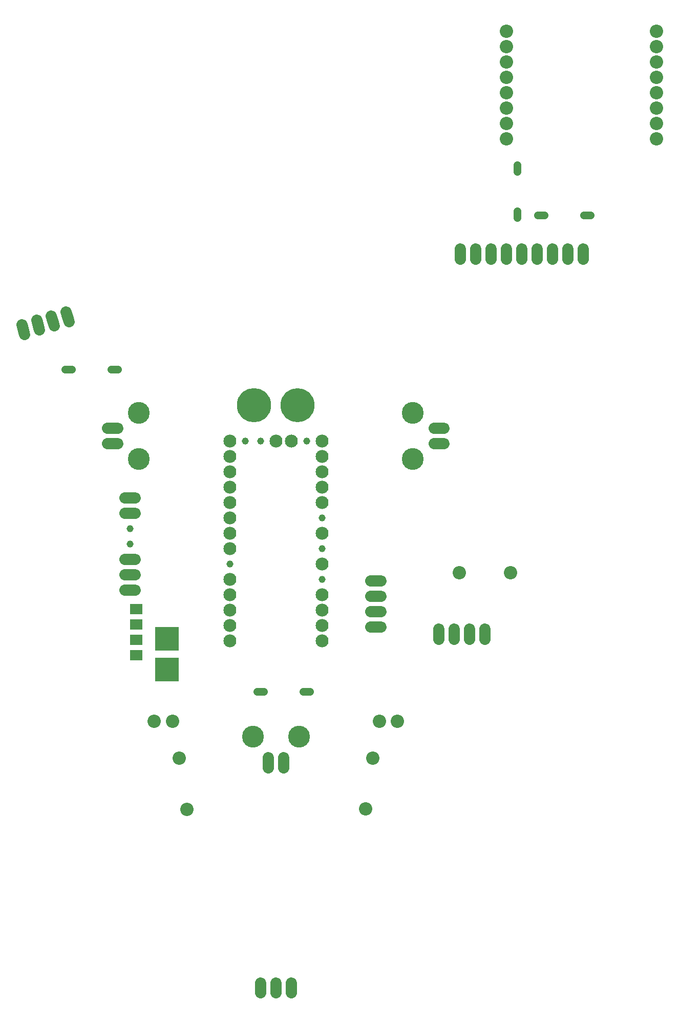
<source format=gbr>
G04 EAGLE Gerber RS-274X export*
G75*
%MOMM*%
%FSLAX34Y34*%
%LPD*%
%INSoldermask Bottom*%
%IPPOS*%
%AMOC8*
5,1,8,0,0,1.08239X$1,22.5*%
G01*
G04 Define Apertures*
%ADD10C,1.879600*%
%ADD11C,2.203200*%
%ADD12C,2.133600*%
%ADD13C,1.168400*%
%ADD14R,2.003200X1.703200*%
%ADD15C,1.311200*%
%ADD16C,3.603200*%
%ADD17C,5.659200*%
%ADD18C,5.619200*%
%ADD19R,4.003200X4.003200*%
D10*
X156878Y-1098860D02*
X173642Y-1098860D01*
X173642Y-1124260D02*
X156878Y-1124260D01*
X156878Y-1149660D02*
X173642Y-1149660D01*
X173642Y-1175060D02*
X156878Y-1175060D01*
D11*
X303100Y-1086000D03*
X388100Y-1086000D03*
X201000Y-1331000D03*
X171000Y-1331000D03*
X-201000Y-1331000D03*
X-171000Y-1331000D03*
D12*
X76200Y-1147760D03*
X76200Y-1122360D03*
X76200Y-1071560D03*
X76200Y-1020760D03*
X76200Y-969960D03*
X76200Y-944560D03*
X76200Y-919160D03*
X76200Y-893760D03*
X76200Y-868360D03*
X-76200Y-868360D03*
X-76200Y-893760D03*
X-76200Y-919160D03*
X-76200Y-944560D03*
X-76200Y-969960D03*
X-76200Y-995360D03*
X-76200Y-1020760D03*
X-76200Y-1046160D03*
X-76200Y-1096960D03*
X-76200Y-1122360D03*
X76200Y-1173160D03*
X-76200Y-1147760D03*
X76200Y-1198560D03*
X-76200Y-1198560D03*
X-76200Y-1173160D03*
X0Y-868360D03*
X25400Y-868360D03*
D13*
X-76200Y-1071560D03*
X-50800Y-868360D03*
X-25400Y-868360D03*
X50800Y-868360D03*
X76200Y-1046160D03*
X76200Y-1096960D03*
X76200Y-995360D03*
D11*
X148414Y-1476006D03*
X160537Y-1391875D03*
X-147349Y-1476590D03*
X-159326Y-1392438D03*
D10*
X-232918Y-1064100D02*
X-249682Y-1064100D01*
X-249682Y-987900D02*
X-232918Y-987900D01*
X-232918Y-1089500D02*
X-249682Y-1089500D01*
X-249682Y-1114900D02*
X-232918Y-1114900D01*
X-232918Y-962500D02*
X-249682Y-962500D01*
D13*
X-241300Y-1038700D03*
X-241300Y-1013300D03*
D10*
X269400Y-1179218D02*
X269400Y-1195982D01*
X294800Y-1195982D02*
X294800Y-1179218D01*
X320200Y-1179218D02*
X320200Y-1195982D01*
X345600Y-1195982D02*
X345600Y-1179218D01*
D14*
X-230500Y-1221900D03*
X-230500Y-1196500D03*
X-230500Y-1171100D03*
X-230500Y-1145700D03*
D11*
X381000Y-368300D03*
X381000Y-342900D03*
X381000Y-317500D03*
X381000Y-292100D03*
X381000Y-266700D03*
X381000Y-241300D03*
X381000Y-215900D03*
X381000Y-190500D03*
X629000Y-368300D03*
X629000Y-342900D03*
X629000Y-317500D03*
X629000Y-292100D03*
X629000Y-266700D03*
X629000Y-241300D03*
X629000Y-215900D03*
X629000Y-190500D03*
D10*
X406400Y-550418D02*
X406400Y-567182D01*
X431800Y-567182D02*
X431800Y-550418D01*
X457200Y-550418D02*
X457200Y-567182D01*
X482600Y-567182D02*
X482600Y-550418D01*
X508000Y-550418D02*
X508000Y-567182D01*
X381000Y-567182D02*
X381000Y-550418D01*
X355600Y-550418D02*
X355600Y-567182D01*
X330200Y-567182D02*
X330200Y-550418D01*
X304800Y-550418D02*
X304800Y-567182D01*
X-366482Y-677657D02*
X-371102Y-661542D01*
X-346686Y-654541D02*
X-342066Y-670655D01*
X-390898Y-684658D02*
X-395518Y-668543D01*
X-419934Y-675545D02*
X-415314Y-691659D01*
D15*
X-348440Y-749300D02*
X-337360Y-749300D01*
X-272240Y-749300D02*
X-261160Y-749300D01*
X399376Y-498640D02*
X399376Y-487560D01*
X399376Y-422440D02*
X399376Y-411360D01*
X432610Y-495000D02*
X443690Y-495000D01*
X508810Y-495000D02*
X519890Y-495000D01*
X56340Y-1281900D02*
X45260Y-1281900D01*
X-19860Y-1281900D02*
X-30940Y-1281900D01*
D10*
X-25400Y-1763518D02*
X-25400Y-1780282D01*
X0Y-1780282D02*
X0Y-1763518D01*
X25400Y-1763518D02*
X25400Y-1780282D01*
X-261618Y-872700D02*
X-278382Y-872700D01*
X-278382Y-847300D02*
X-261618Y-847300D01*
D16*
X-226500Y-898100D03*
X-226500Y-821900D03*
D10*
X12700Y-1391618D02*
X12700Y-1408382D01*
X-12700Y-1408382D02*
X-12700Y-1391618D01*
D16*
X38100Y-1356500D03*
X-38100Y-1356500D03*
D10*
X261618Y-847300D02*
X278382Y-847300D01*
X278382Y-872700D02*
X261618Y-872700D01*
D16*
X226500Y-821900D03*
X226500Y-898100D03*
D17*
X-36220Y-808500D03*
D18*
X35780Y-808500D03*
D19*
X-180000Y-1245400D03*
X-180000Y-1194600D03*
M02*

</source>
